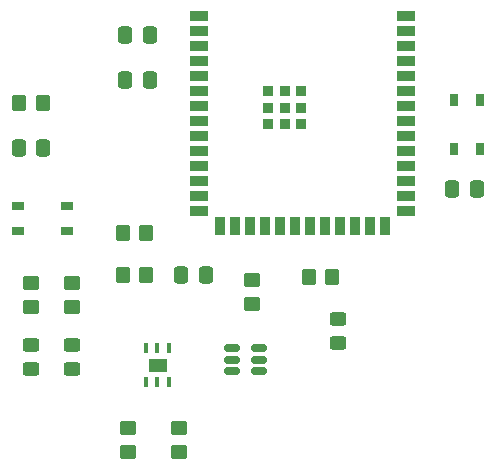
<source format=gtp>
G04 #@! TF.GenerationSoftware,KiCad,Pcbnew,8.0.5*
G04 #@! TF.CreationDate,2024-11-29T11:32:06+09:00*
G04 #@! TF.ProjectId,esp32_primary_board_v2,65737033-325f-4707-9269-6d6172795f62,rev?*
G04 #@! TF.SameCoordinates,Original*
G04 #@! TF.FileFunction,Paste,Top*
G04 #@! TF.FilePolarity,Positive*
%FSLAX46Y46*%
G04 Gerber Fmt 4.6, Leading zero omitted, Abs format (unit mm)*
G04 Created by KiCad (PCBNEW 8.0.5) date 2024-11-29 11:32:06*
%MOMM*%
%LPD*%
G01*
G04 APERTURE LIST*
G04 Aperture macros list*
%AMRoundRect*
0 Rectangle with rounded corners*
0 $1 Rounding radius*
0 $2 $3 $4 $5 $6 $7 $8 $9 X,Y pos of 4 corners*
0 Add a 4 corners polygon primitive as box body*
4,1,4,$2,$3,$4,$5,$6,$7,$8,$9,$2,$3,0*
0 Add four circle primitives for the rounded corners*
1,1,$1+$1,$2,$3*
1,1,$1+$1,$4,$5*
1,1,$1+$1,$6,$7*
1,1,$1+$1,$8,$9*
0 Add four rect primitives between the rounded corners*
20,1,$1+$1,$2,$3,$4,$5,0*
20,1,$1+$1,$4,$5,$6,$7,0*
20,1,$1+$1,$6,$7,$8,$9,0*
20,1,$1+$1,$8,$9,$2,$3,0*%
G04 Aperture macros list end*
%ADD10C,0.010000*%
%ADD11RoundRect,0.250000X0.450000X-0.350000X0.450000X0.350000X-0.450000X0.350000X-0.450000X-0.350000X0*%
%ADD12RoundRect,0.250000X0.450000X-0.325000X0.450000X0.325000X-0.450000X0.325000X-0.450000X-0.325000X0*%
%ADD13RoundRect,0.050000X-0.150000X0.380000X-0.150000X-0.380000X0.150000X-0.380000X0.150000X0.380000X0*%
%ADD14RoundRect,0.250000X0.350000X0.450000X-0.350000X0.450000X-0.350000X-0.450000X0.350000X-0.450000X0*%
%ADD15R,1.050000X0.650000*%
%ADD16RoundRect,0.250000X-0.350000X-0.450000X0.350000X-0.450000X0.350000X0.450000X-0.350000X0.450000X0*%
%ADD17RoundRect,0.250000X-0.337500X-0.475000X0.337500X-0.475000X0.337500X0.475000X-0.337500X0.475000X0*%
%ADD18R,0.650000X1.050000*%
%ADD19R,0.900000X0.900000*%
%ADD20R,1.500000X0.900000*%
%ADD21R,0.900000X1.500000*%
%ADD22RoundRect,0.150000X0.512500X0.150000X-0.512500X0.150000X-0.512500X-0.150000X0.512500X-0.150000X0*%
G04 APERTURE END LIST*
D10*
X129200000Y-131695000D02*
X127700000Y-131695000D01*
X127700000Y-130675000D01*
X129200000Y-130675000D01*
X129200000Y-131695000D01*
G36*
X129200000Y-131695000D02*
G01*
X127700000Y-131695000D01*
X127700000Y-130675000D01*
X129200000Y-130675000D01*
X129200000Y-131695000D01*
G37*
D11*
X136500000Y-126000000D03*
X136500000Y-124000000D03*
X117750000Y-126250000D03*
X117750000Y-124250000D03*
D12*
X117750000Y-131525000D03*
X117750000Y-129475000D03*
X143750000Y-129275000D03*
X143750000Y-127225000D03*
D13*
X129400000Y-129750000D03*
X128450000Y-129750000D03*
X127500000Y-129750000D03*
X127500000Y-132620000D03*
X128450000Y-132620000D03*
X129400000Y-132620000D03*
D14*
X127500000Y-120000000D03*
X125500000Y-120000000D03*
D15*
X120825000Y-119825000D03*
X116675000Y-119825000D03*
X120825000Y-117675000D03*
X116675000Y-117675000D03*
D16*
X125500000Y-123500000D03*
X127500000Y-123500000D03*
D12*
X121250000Y-131525000D03*
X121250000Y-129475000D03*
D17*
X125712500Y-107000000D03*
X127787500Y-107000000D03*
X130462500Y-123500000D03*
X132537500Y-123500000D03*
D11*
X121250000Y-126250000D03*
X121250000Y-124250000D03*
D17*
X153425000Y-116250000D03*
X155500000Y-116250000D03*
X116712500Y-112750000D03*
X118787500Y-112750000D03*
X125712500Y-103250000D03*
X127787500Y-103250000D03*
D18*
X155750000Y-108750000D03*
X155750000Y-112900000D03*
X153600000Y-108750000D03*
X153600000Y-112900000D03*
D14*
X143250000Y-123750000D03*
X141250000Y-123750000D03*
D19*
X137850000Y-107960000D03*
X137850000Y-109360000D03*
X137850000Y-110760000D03*
X139250000Y-107960000D03*
X139250000Y-109360000D03*
X139250000Y-110760000D03*
X140650000Y-107960000D03*
X140650000Y-109360000D03*
X140650000Y-110760000D03*
D20*
X132000000Y-101640000D03*
X132000000Y-102910000D03*
X132000000Y-104180000D03*
X132000000Y-105450000D03*
X132000000Y-106720000D03*
X132000000Y-107990000D03*
X132000000Y-109260000D03*
X132000000Y-110530000D03*
X132000000Y-111800000D03*
X132000000Y-113070000D03*
X132000000Y-114340000D03*
X132000000Y-115610000D03*
X132000000Y-116880000D03*
X132000000Y-118150000D03*
D21*
X133765000Y-119400000D03*
X135035000Y-119400000D03*
X136305000Y-119400000D03*
X137575000Y-119400000D03*
X138845000Y-119400000D03*
X140115000Y-119400000D03*
X141385000Y-119400000D03*
X142655000Y-119400000D03*
X143925000Y-119400000D03*
X145195000Y-119400000D03*
X146465000Y-119400000D03*
X147735000Y-119400000D03*
D20*
X149500000Y-118150000D03*
X149500000Y-116880000D03*
X149500000Y-115610000D03*
X149500000Y-114340000D03*
X149500000Y-113070000D03*
X149500000Y-111800000D03*
X149500000Y-110530000D03*
X149500000Y-109260000D03*
X149500000Y-107990000D03*
X149500000Y-106720000D03*
X149500000Y-105450000D03*
X149500000Y-104180000D03*
X149500000Y-102910000D03*
X149500000Y-101640000D03*
D22*
X137025000Y-131650000D03*
X137025000Y-130700000D03*
X137025000Y-129750000D03*
X134750000Y-129750000D03*
X134750000Y-130700000D03*
X134750000Y-131650000D03*
D11*
X130250000Y-138500000D03*
X130250000Y-136500000D03*
X126000000Y-138500000D03*
X126000000Y-136500000D03*
D14*
X118750000Y-109000000D03*
X116750000Y-109000000D03*
M02*

</source>
